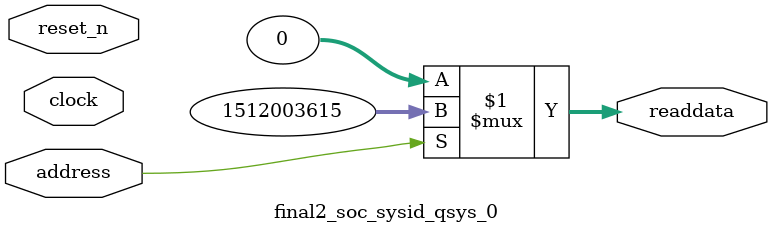
<source format=v>

`timescale 1ns / 1ps
// synthesis translate_on

// turn off superfluous verilog processor warnings 
// altera message_level Level1 
// altera message_off 10034 10035 10036 10037 10230 10240 10030 

module final2_soc_sysid_qsys_0 (
               // inputs:
                address,
                clock,
                reset_n,

               // outputs:
                readdata
             )
;

  output  [ 31: 0] readdata;
  input            address;
  input            clock;
  input            reset_n;

  wire    [ 31: 0] readdata;
  //control_slave, which is an e_avalon_slave
  assign readdata = address ? 1512003615 : 0;

endmodule




</source>
